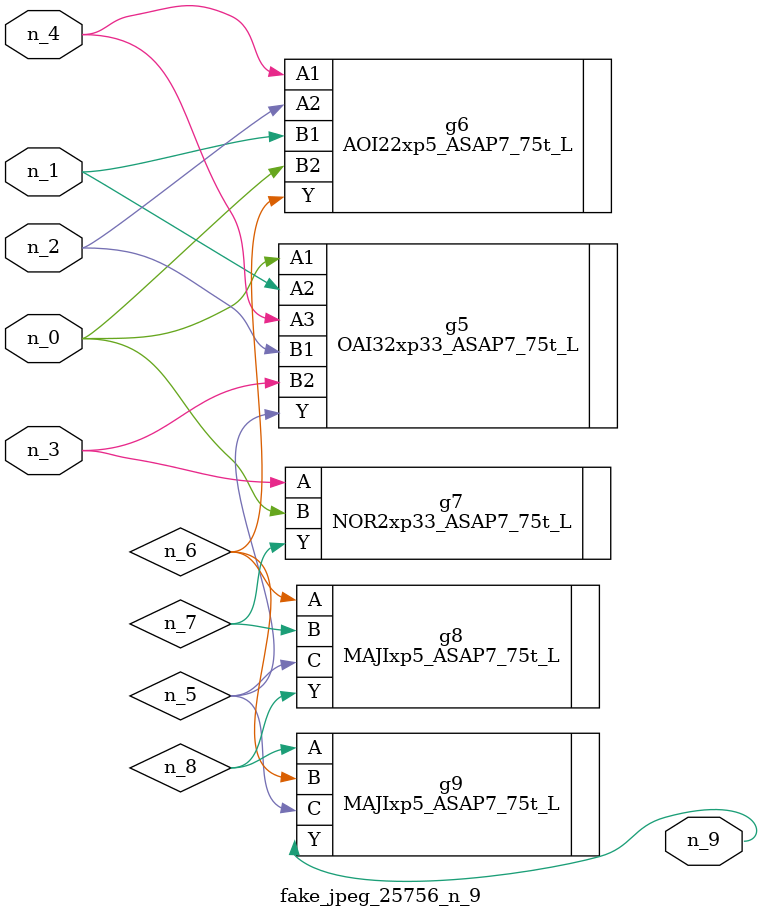
<source format=v>
module fake_jpeg_25756_n_9 (n_3, n_2, n_1, n_0, n_4, n_9);

input n_3;
input n_2;
input n_1;
input n_0;
input n_4;

output n_9;

wire n_8;
wire n_6;
wire n_5;
wire n_7;

OAI32xp33_ASAP7_75t_L g5 ( 
.A1(n_0),
.A2(n_1),
.A3(n_4),
.B1(n_2),
.B2(n_3),
.Y(n_5)
);

AOI22xp5_ASAP7_75t_L g6 ( 
.A1(n_4),
.A2(n_2),
.B1(n_1),
.B2(n_0),
.Y(n_6)
);

NOR2xp33_ASAP7_75t_L g7 ( 
.A(n_3),
.B(n_0),
.Y(n_7)
);

MAJIxp5_ASAP7_75t_L g8 ( 
.A(n_6),
.B(n_7),
.C(n_5),
.Y(n_8)
);

MAJIxp5_ASAP7_75t_L g9 ( 
.A(n_8),
.B(n_6),
.C(n_5),
.Y(n_9)
);


endmodule
</source>
